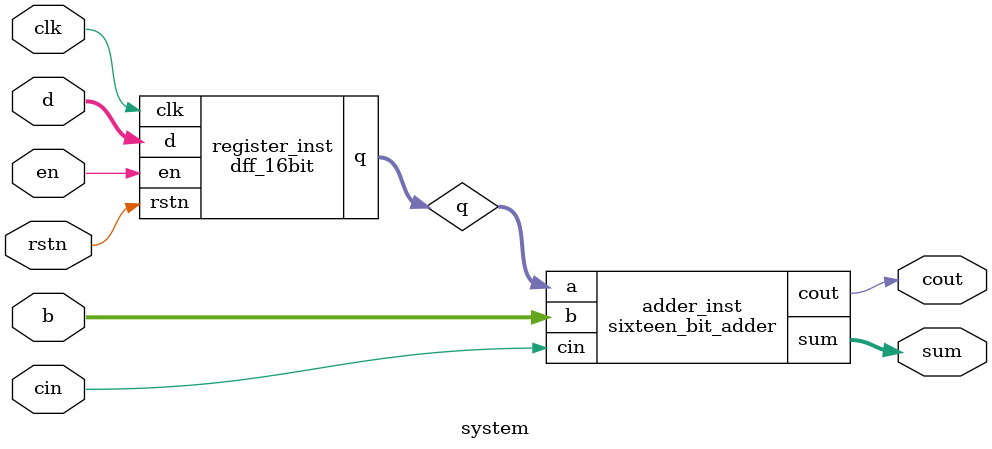
<source format=v>
module dff_16bit (
    input      [15:0] d,
    input             clk,
    input             rstn,
    input             en,
    output reg [15:0] q
);
    always @(posedge clk) begin
        if (!rstn)
            q <= 16'b0;
        else if (en)
            q <= d;
    end
endmodule

// ==================== 2. 16位加法器模块 ====================
module sixteen_bit_adder(
    input [15:0] a,
    input [15:0] b,
    input cin,
    output [15:0] sum,
    output cout
);
    assign {cout, sum} = a + b + cin;
endmodule

// ==================== 3. 顶层系统模块 ====================
module system (
    // 寄存器输入端口
    input      [15:0] d,
    input             clk,
    input             rstn,
    input             en,
    
    // 加法器其他输入端口
    input      [15:0] b,
    input             cin,
    
    // 系统输出端口
    output     [15:0] sum,
    output            cout
);
    
    // 内部连线：寄存器的输出
    wire [15:0] q;
    
    // 实例化16位寄存器
    dff_16bit register_inst (
        .d   (d),
        .clk (clk),
        .rstn(rstn),
        .en  (en),
        .q   (q)
    );
    
    // 实例化16位加法器
    sixteen_bit_adder adder_inst (
        .a   (q),    // 关键连接：从寄存器输出读取
        .b   (b),
        .cin (cin),
        .sum (sum),
        .cout(cout)
    );
    
endmodule
</source>
